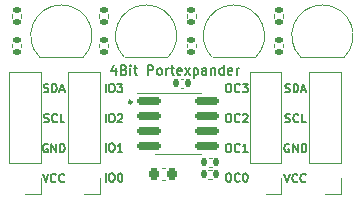
<source format=gbr>
%TF.GenerationSoftware,KiCad,Pcbnew,6.0.11-2627ca5db0~126~ubuntu22.04.1*%
%TF.CreationDate,2023-09-03T11:16:54+02:00*%
%TF.ProjectId,4Bit_I2C_Port_Expander_Module_FUEL4EP,34426974-5f49-4324-935f-506f72745f45,V1.0*%
%TF.SameCoordinates,Original*%
%TF.FileFunction,Legend,Top*%
%TF.FilePolarity,Positive*%
%FSLAX46Y46*%
G04 Gerber Fmt 4.6, Leading zero omitted, Abs format (unit mm)*
G04 Created by KiCad (PCBNEW 6.0.11-2627ca5db0~126~ubuntu22.04.1) date 2023-09-03 11:16:54*
%MOMM*%
%LPD*%
G01*
G04 APERTURE LIST*
G04 Aperture macros list*
%AMRoundRect*
0 Rectangle with rounded corners*
0 $1 Rounding radius*
0 $2 $3 $4 $5 $6 $7 $8 $9 X,Y pos of 4 corners*
0 Add a 4 corners polygon primitive as box body*
4,1,4,$2,$3,$4,$5,$6,$7,$8,$9,$2,$3,0*
0 Add four circle primitives for the rounded corners*
1,1,$1+$1,$2,$3*
1,1,$1+$1,$4,$5*
1,1,$1+$1,$6,$7*
1,1,$1+$1,$8,$9*
0 Add four rect primitives between the rounded corners*
20,1,$1+$1,$2,$3,$4,$5,0*
20,1,$1+$1,$4,$5,$6,$7,0*
20,1,$1+$1,$6,$7,$8,$9,0*
20,1,$1+$1,$8,$9,$2,$3,0*%
G04 Aperture macros list end*
%ADD10C,0.226200*%
%ADD11C,0.150000*%
%ADD12C,0.152400*%
%ADD13C,0.120000*%
%ADD14R,1.050000X1.500000*%
%ADD15O,1.050000X1.500000*%
%ADD16RoundRect,0.135000X0.185000X-0.135000X0.185000X0.135000X-0.185000X0.135000X-0.185000X-0.135000X0*%
%ADD17RoundRect,0.140000X0.140000X0.170000X-0.140000X0.170000X-0.140000X-0.170000X0.140000X-0.170000X0*%
%ADD18R,1.700000X1.700000*%
%ADD19O,1.700000X1.700000*%
%ADD20RoundRect,0.150000X-0.825000X-0.150000X0.825000X-0.150000X0.825000X0.150000X-0.825000X0.150000X0*%
%ADD21RoundRect,0.225000X0.225000X0.250000X-0.225000X0.250000X-0.225000X-0.250000X0.225000X-0.250000X0*%
%ADD22RoundRect,0.135000X-0.135000X-0.185000X0.135000X-0.185000X0.135000X0.185000X-0.135000X0.185000X0*%
%ADD23RoundRect,0.135000X0.135000X0.185000X-0.135000X0.185000X-0.135000X-0.185000X0.135000X-0.185000X0*%
G04 APERTURE END LIST*
D10*
X11543100Y8417000D02*
G75*
G03*
X11543100Y8417000I-113100J0D01*
G01*
D11*
X4119666Y6736666D02*
X4219666Y6703333D01*
X4386333Y6703333D01*
X4453000Y6736666D01*
X4486333Y6770000D01*
X4519666Y6836666D01*
X4519666Y6903333D01*
X4486333Y6970000D01*
X4453000Y7003333D01*
X4386333Y7036666D01*
X4253000Y7070000D01*
X4186333Y7103333D01*
X4153000Y7136666D01*
X4119666Y7203333D01*
X4119666Y7270000D01*
X4153000Y7336666D01*
X4186333Y7370000D01*
X4253000Y7403333D01*
X4419666Y7403333D01*
X4519666Y7370000D01*
X5219666Y6770000D02*
X5186333Y6736666D01*
X5086333Y6703333D01*
X5019666Y6703333D01*
X4919666Y6736666D01*
X4853000Y6803333D01*
X4819666Y6870000D01*
X4786333Y7003333D01*
X4786333Y7103333D01*
X4819666Y7236666D01*
X4853000Y7303333D01*
X4919666Y7370000D01*
X5019666Y7403333D01*
X5086333Y7403333D01*
X5186333Y7370000D01*
X5219666Y7336666D01*
X5853000Y6703333D02*
X5519666Y6703333D01*
X5519666Y7403333D01*
X24550000Y9276666D02*
X24650000Y9243333D01*
X24816666Y9243333D01*
X24883333Y9276666D01*
X24916666Y9310000D01*
X24950000Y9376666D01*
X24950000Y9443333D01*
X24916666Y9510000D01*
X24883333Y9543333D01*
X24816666Y9576666D01*
X24683333Y9610000D01*
X24616666Y9643333D01*
X24583333Y9676666D01*
X24550000Y9743333D01*
X24550000Y9810000D01*
X24583333Y9876666D01*
X24616666Y9910000D01*
X24683333Y9943333D01*
X24850000Y9943333D01*
X24950000Y9910000D01*
X25250000Y9243333D02*
X25250000Y9943333D01*
X25416666Y9943333D01*
X25516666Y9910000D01*
X25583333Y9843333D01*
X25616666Y9776666D01*
X25650000Y9643333D01*
X25650000Y9543333D01*
X25616666Y9410000D01*
X25583333Y9343333D01*
X25516666Y9276666D01*
X25416666Y9243333D01*
X25250000Y9243333D01*
X25916666Y9443333D02*
X26250000Y9443333D01*
X25850000Y9243333D02*
X26083333Y9943333D01*
X26316666Y9243333D01*
X9333000Y1678833D02*
X9333000Y2378833D01*
X9799666Y2378833D02*
X9933000Y2378833D01*
X9999666Y2345500D01*
X10066333Y2278833D01*
X10099666Y2145500D01*
X10099666Y1912166D01*
X10066333Y1778833D01*
X9999666Y1712166D01*
X9933000Y1678833D01*
X9799666Y1678833D01*
X9733000Y1712166D01*
X9666333Y1778833D01*
X9633000Y1912166D01*
X9633000Y2145500D01*
X9666333Y2278833D01*
X9733000Y2345500D01*
X9799666Y2378833D01*
X10533000Y2378833D02*
X10599666Y2378833D01*
X10666333Y2345500D01*
X10699666Y2312166D01*
X10733000Y2245500D01*
X10766333Y2112166D01*
X10766333Y1945500D01*
X10733000Y1812166D01*
X10699666Y1745500D01*
X10666333Y1712166D01*
X10599666Y1678833D01*
X10533000Y1678833D01*
X10466333Y1712166D01*
X10433000Y1745500D01*
X10399666Y1812166D01*
X10366333Y1945500D01*
X10366333Y2112166D01*
X10399666Y2245500D01*
X10433000Y2312166D01*
X10466333Y2345500D01*
X10533000Y2378833D01*
X9333000Y6703333D02*
X9333000Y7403333D01*
X9799666Y7403333D02*
X9933000Y7403333D01*
X9999666Y7370000D01*
X10066333Y7303333D01*
X10099666Y7170000D01*
X10099666Y6936666D01*
X10066333Y6803333D01*
X9999666Y6736666D01*
X9933000Y6703333D01*
X9799666Y6703333D01*
X9733000Y6736666D01*
X9666333Y6803333D01*
X9633000Y6936666D01*
X9633000Y7170000D01*
X9666333Y7303333D01*
X9733000Y7370000D01*
X9799666Y7403333D01*
X10366333Y7336666D02*
X10399666Y7370000D01*
X10466333Y7403333D01*
X10633000Y7403333D01*
X10699666Y7370000D01*
X10733000Y7336666D01*
X10766333Y7270000D01*
X10766333Y7203333D01*
X10733000Y7103333D01*
X10333000Y6703333D01*
X10766333Y6703333D01*
X24866666Y4830000D02*
X24800000Y4863333D01*
X24700000Y4863333D01*
X24600000Y4830000D01*
X24533333Y4763333D01*
X24500000Y4696666D01*
X24466666Y4563333D01*
X24466666Y4463333D01*
X24500000Y4330000D01*
X24533333Y4263333D01*
X24600000Y4196666D01*
X24700000Y4163333D01*
X24766666Y4163333D01*
X24866666Y4196666D01*
X24900000Y4230000D01*
X24900000Y4463333D01*
X24766666Y4463333D01*
X25200000Y4163333D02*
X25200000Y4863333D01*
X25600000Y4163333D01*
X25600000Y4863333D01*
X25933333Y4163333D02*
X25933333Y4863333D01*
X26100000Y4863333D01*
X26200000Y4830000D01*
X26266666Y4763333D01*
X26300000Y4696666D01*
X26333333Y4563333D01*
X26333333Y4463333D01*
X26300000Y4330000D01*
X26266666Y4263333D01*
X26200000Y4196666D01*
X26100000Y4163333D01*
X25933333Y4163333D01*
X4419666Y4830000D02*
X4353000Y4863333D01*
X4253000Y4863333D01*
X4153000Y4830000D01*
X4086333Y4763333D01*
X4053000Y4696666D01*
X4019666Y4563333D01*
X4019666Y4463333D01*
X4053000Y4330000D01*
X4086333Y4263333D01*
X4153000Y4196666D01*
X4253000Y4163333D01*
X4319666Y4163333D01*
X4419666Y4196666D01*
X4453000Y4230000D01*
X4453000Y4463333D01*
X4319666Y4463333D01*
X4753000Y4163333D02*
X4753000Y4863333D01*
X5153000Y4163333D01*
X5153000Y4863333D01*
X5486333Y4163333D02*
X5486333Y4863333D01*
X5653000Y4863333D01*
X5753000Y4830000D01*
X5819666Y4763333D01*
X5853000Y4696666D01*
X5886333Y4563333D01*
X5886333Y4463333D01*
X5853000Y4330000D01*
X5819666Y4263333D01*
X5753000Y4196666D01*
X5653000Y4163333D01*
X5486333Y4163333D01*
X24566666Y6736666D02*
X24666666Y6703333D01*
X24833333Y6703333D01*
X24900000Y6736666D01*
X24933333Y6770000D01*
X24966666Y6836666D01*
X24966666Y6903333D01*
X24933333Y6970000D01*
X24900000Y7003333D01*
X24833333Y7036666D01*
X24700000Y7070000D01*
X24633333Y7103333D01*
X24600000Y7136666D01*
X24566666Y7203333D01*
X24566666Y7270000D01*
X24600000Y7336666D01*
X24633333Y7370000D01*
X24700000Y7403333D01*
X24866666Y7403333D01*
X24966666Y7370000D01*
X25666666Y6770000D02*
X25633333Y6736666D01*
X25533333Y6703333D01*
X25466666Y6703333D01*
X25366666Y6736666D01*
X25300000Y6803333D01*
X25266666Y6870000D01*
X25233333Y7003333D01*
X25233333Y7103333D01*
X25266666Y7236666D01*
X25300000Y7303333D01*
X25366666Y7370000D01*
X25466666Y7403333D01*
X25533333Y7403333D01*
X25633333Y7370000D01*
X25666666Y7336666D01*
X26300000Y6703333D02*
X25966666Y6703333D01*
X25966666Y7403333D01*
D12*
X10207085Y11274171D02*
X10207085Y10732304D01*
X10013561Y11583809D02*
X9820038Y11003238D01*
X10323200Y11003238D01*
X10903771Y11158057D02*
X11019885Y11119352D01*
X11058590Y11080647D01*
X11097295Y11003238D01*
X11097295Y10887123D01*
X11058590Y10809714D01*
X11019885Y10771009D01*
X10942476Y10732304D01*
X10632838Y10732304D01*
X10632838Y11545104D01*
X10903771Y11545104D01*
X10981180Y11506400D01*
X11019885Y11467695D01*
X11058590Y11390285D01*
X11058590Y11312876D01*
X11019885Y11235466D01*
X10981180Y11196761D01*
X10903771Y11158057D01*
X10632838Y11158057D01*
X11445638Y10732304D02*
X11445638Y11274171D01*
X11445638Y11545104D02*
X11406933Y11506400D01*
X11445638Y11467695D01*
X11484342Y11506400D01*
X11445638Y11545104D01*
X11445638Y11467695D01*
X11716571Y11274171D02*
X12026209Y11274171D01*
X11832685Y11545104D02*
X11832685Y10848419D01*
X11871390Y10771009D01*
X11948800Y10732304D01*
X12026209Y10732304D01*
X12916419Y10732304D02*
X12916419Y11545104D01*
X13226057Y11545104D01*
X13303466Y11506400D01*
X13342171Y11467695D01*
X13380876Y11390285D01*
X13380876Y11274171D01*
X13342171Y11196761D01*
X13303466Y11158057D01*
X13226057Y11119352D01*
X12916419Y11119352D01*
X13845333Y10732304D02*
X13767923Y10771009D01*
X13729219Y10809714D01*
X13690514Y10887123D01*
X13690514Y11119352D01*
X13729219Y11196761D01*
X13767923Y11235466D01*
X13845333Y11274171D01*
X13961447Y11274171D01*
X14038857Y11235466D01*
X14077561Y11196761D01*
X14116266Y11119352D01*
X14116266Y10887123D01*
X14077561Y10809714D01*
X14038857Y10771009D01*
X13961447Y10732304D01*
X13845333Y10732304D01*
X14464609Y10732304D02*
X14464609Y11274171D01*
X14464609Y11119352D02*
X14503314Y11196761D01*
X14542019Y11235466D01*
X14619428Y11274171D01*
X14696838Y11274171D01*
X14851657Y11274171D02*
X15161295Y11274171D01*
X14967771Y11545104D02*
X14967771Y10848419D01*
X15006476Y10771009D01*
X15083885Y10732304D01*
X15161295Y10732304D01*
X15741866Y10771009D02*
X15664457Y10732304D01*
X15509638Y10732304D01*
X15432228Y10771009D01*
X15393523Y10848419D01*
X15393523Y11158057D01*
X15432228Y11235466D01*
X15509638Y11274171D01*
X15664457Y11274171D01*
X15741866Y11235466D01*
X15780571Y11158057D01*
X15780571Y11080647D01*
X15393523Y11003238D01*
X16051504Y10732304D02*
X16477257Y11274171D01*
X16051504Y11274171D02*
X16477257Y10732304D01*
X16786895Y11274171D02*
X16786895Y10461371D01*
X16786895Y11235466D02*
X16864304Y11274171D01*
X17019123Y11274171D01*
X17096533Y11235466D01*
X17135238Y11196761D01*
X17173942Y11119352D01*
X17173942Y10887123D01*
X17135238Y10809714D01*
X17096533Y10771009D01*
X17019123Y10732304D01*
X16864304Y10732304D01*
X16786895Y10771009D01*
X17870628Y10732304D02*
X17870628Y11158057D01*
X17831923Y11235466D01*
X17754514Y11274171D01*
X17599695Y11274171D01*
X17522285Y11235466D01*
X17870628Y10771009D02*
X17793219Y10732304D01*
X17599695Y10732304D01*
X17522285Y10771009D01*
X17483580Y10848419D01*
X17483580Y10925828D01*
X17522285Y11003238D01*
X17599695Y11041942D01*
X17793219Y11041942D01*
X17870628Y11080647D01*
X18257676Y11274171D02*
X18257676Y10732304D01*
X18257676Y11196761D02*
X18296380Y11235466D01*
X18373790Y11274171D01*
X18489904Y11274171D01*
X18567314Y11235466D01*
X18606019Y11158057D01*
X18606019Y10732304D01*
X19341409Y10732304D02*
X19341409Y11545104D01*
X19341409Y10771009D02*
X19264000Y10732304D01*
X19109180Y10732304D01*
X19031771Y10771009D01*
X18993066Y10809714D01*
X18954361Y10887123D01*
X18954361Y11119352D01*
X18993066Y11196761D01*
X19031771Y11235466D01*
X19109180Y11274171D01*
X19264000Y11274171D01*
X19341409Y11235466D01*
X20038095Y10771009D02*
X19960685Y10732304D01*
X19805866Y10732304D01*
X19728457Y10771009D01*
X19689752Y10848419D01*
X19689752Y11158057D01*
X19728457Y11235466D01*
X19805866Y11274171D01*
X19960685Y11274171D01*
X20038095Y11235466D01*
X20076800Y11158057D01*
X20076800Y11080647D01*
X19689752Y11003238D01*
X20425142Y10732304D02*
X20425142Y11274171D01*
X20425142Y11119352D02*
X20463847Y11196761D01*
X20502552Y11235466D01*
X20579961Y11274171D01*
X20657371Y11274171D01*
D11*
X4019666Y2323333D02*
X4253000Y1623333D01*
X4486333Y2323333D01*
X5119666Y1690000D02*
X5086333Y1656666D01*
X4986333Y1623333D01*
X4919666Y1623333D01*
X4819666Y1656666D01*
X4753000Y1723333D01*
X4719666Y1790000D01*
X4686333Y1923333D01*
X4686333Y2023333D01*
X4719666Y2156666D01*
X4753000Y2223333D01*
X4819666Y2290000D01*
X4919666Y2323333D01*
X4986333Y2323333D01*
X5086333Y2290000D01*
X5119666Y2256666D01*
X5819666Y1690000D02*
X5786333Y1656666D01*
X5686333Y1623333D01*
X5619666Y1623333D01*
X5519666Y1656666D01*
X5453000Y1723333D01*
X5419666Y1790000D01*
X5386333Y1923333D01*
X5386333Y2023333D01*
X5419666Y2156666D01*
X5453000Y2223333D01*
X5519666Y2290000D01*
X5619666Y2323333D01*
X5686333Y2323333D01*
X5786333Y2290000D01*
X5819666Y2256666D01*
X19697000Y9943333D02*
X19830333Y9943333D01*
X19897000Y9910000D01*
X19963666Y9843333D01*
X19997000Y9710000D01*
X19997000Y9476666D01*
X19963666Y9343333D01*
X19897000Y9276666D01*
X19830333Y9243333D01*
X19697000Y9243333D01*
X19630333Y9276666D01*
X19563666Y9343333D01*
X19530333Y9476666D01*
X19530333Y9710000D01*
X19563666Y9843333D01*
X19630333Y9910000D01*
X19697000Y9943333D01*
X20697000Y9310000D02*
X20663666Y9276666D01*
X20563666Y9243333D01*
X20497000Y9243333D01*
X20397000Y9276666D01*
X20330333Y9343333D01*
X20297000Y9410000D01*
X20263666Y9543333D01*
X20263666Y9643333D01*
X20297000Y9776666D01*
X20330333Y9843333D01*
X20397000Y9910000D01*
X20497000Y9943333D01*
X20563666Y9943333D01*
X20663666Y9910000D01*
X20697000Y9876666D01*
X20930333Y9943333D02*
X21363666Y9943333D01*
X21130333Y9676666D01*
X21230333Y9676666D01*
X21297000Y9643333D01*
X21330333Y9610000D01*
X21363666Y9543333D01*
X21363666Y9376666D01*
X21330333Y9310000D01*
X21297000Y9276666D01*
X21230333Y9243333D01*
X21030333Y9243333D01*
X20963666Y9276666D01*
X20930333Y9310000D01*
X9333000Y9243333D02*
X9333000Y9943333D01*
X9799666Y9943333D02*
X9933000Y9943333D01*
X9999666Y9910000D01*
X10066333Y9843333D01*
X10099666Y9710000D01*
X10099666Y9476666D01*
X10066333Y9343333D01*
X9999666Y9276666D01*
X9933000Y9243333D01*
X9799666Y9243333D01*
X9733000Y9276666D01*
X9666333Y9343333D01*
X9633000Y9476666D01*
X9633000Y9710000D01*
X9666333Y9843333D01*
X9733000Y9910000D01*
X9799666Y9943333D01*
X10333000Y9943333D02*
X10766333Y9943333D01*
X10533000Y9676666D01*
X10633000Y9676666D01*
X10699666Y9643333D01*
X10733000Y9610000D01*
X10766333Y9543333D01*
X10766333Y9376666D01*
X10733000Y9310000D01*
X10699666Y9276666D01*
X10633000Y9243333D01*
X10433000Y9243333D01*
X10366333Y9276666D01*
X10333000Y9310000D01*
X19697000Y7403333D02*
X19830333Y7403333D01*
X19897000Y7370000D01*
X19963666Y7303333D01*
X19997000Y7170000D01*
X19997000Y6936666D01*
X19963666Y6803333D01*
X19897000Y6736666D01*
X19830333Y6703333D01*
X19697000Y6703333D01*
X19630333Y6736666D01*
X19563666Y6803333D01*
X19530333Y6936666D01*
X19530333Y7170000D01*
X19563666Y7303333D01*
X19630333Y7370000D01*
X19697000Y7403333D01*
X20697000Y6770000D02*
X20663666Y6736666D01*
X20563666Y6703333D01*
X20497000Y6703333D01*
X20397000Y6736666D01*
X20330333Y6803333D01*
X20297000Y6870000D01*
X20263666Y7003333D01*
X20263666Y7103333D01*
X20297000Y7236666D01*
X20330333Y7303333D01*
X20397000Y7370000D01*
X20497000Y7403333D01*
X20563666Y7403333D01*
X20663666Y7370000D01*
X20697000Y7336666D01*
X20963666Y7336666D02*
X20997000Y7370000D01*
X21063666Y7403333D01*
X21230333Y7403333D01*
X21297000Y7370000D01*
X21330333Y7336666D01*
X21363666Y7270000D01*
X21363666Y7203333D01*
X21330333Y7103333D01*
X20930333Y6703333D01*
X21363666Y6703333D01*
X4103000Y9276666D02*
X4203000Y9243333D01*
X4369666Y9243333D01*
X4436333Y9276666D01*
X4469666Y9310000D01*
X4503000Y9376666D01*
X4503000Y9443333D01*
X4469666Y9510000D01*
X4436333Y9543333D01*
X4369666Y9576666D01*
X4236333Y9610000D01*
X4169666Y9643333D01*
X4136333Y9676666D01*
X4103000Y9743333D01*
X4103000Y9810000D01*
X4136333Y9876666D01*
X4169666Y9910000D01*
X4236333Y9943333D01*
X4403000Y9943333D01*
X4503000Y9910000D01*
X4803000Y9243333D02*
X4803000Y9943333D01*
X4969666Y9943333D01*
X5069666Y9910000D01*
X5136333Y9843333D01*
X5169666Y9776666D01*
X5203000Y9643333D01*
X5203000Y9543333D01*
X5169666Y9410000D01*
X5136333Y9343333D01*
X5069666Y9276666D01*
X4969666Y9243333D01*
X4803000Y9243333D01*
X5469666Y9443333D02*
X5803000Y9443333D01*
X5403000Y9243333D02*
X5636333Y9943333D01*
X5869666Y9243333D01*
X19697000Y2378833D02*
X19830333Y2378833D01*
X19897000Y2345500D01*
X19963666Y2278833D01*
X19997000Y2145500D01*
X19997000Y1912166D01*
X19963666Y1778833D01*
X19897000Y1712166D01*
X19830333Y1678833D01*
X19697000Y1678833D01*
X19630333Y1712166D01*
X19563666Y1778833D01*
X19530333Y1912166D01*
X19530333Y2145500D01*
X19563666Y2278833D01*
X19630333Y2345500D01*
X19697000Y2378833D01*
X20697000Y1745500D02*
X20663666Y1712166D01*
X20563666Y1678833D01*
X20497000Y1678833D01*
X20397000Y1712166D01*
X20330333Y1778833D01*
X20297000Y1845500D01*
X20263666Y1978833D01*
X20263666Y2078833D01*
X20297000Y2212166D01*
X20330333Y2278833D01*
X20397000Y2345500D01*
X20497000Y2378833D01*
X20563666Y2378833D01*
X20663666Y2345500D01*
X20697000Y2312166D01*
X21130333Y2378833D02*
X21197000Y2378833D01*
X21263666Y2345500D01*
X21297000Y2312166D01*
X21330333Y2245500D01*
X21363666Y2112166D01*
X21363666Y1945500D01*
X21330333Y1812166D01*
X21297000Y1745500D01*
X21263666Y1712166D01*
X21197000Y1678833D01*
X21130333Y1678833D01*
X21063666Y1712166D01*
X21030333Y1745500D01*
X20997000Y1812166D01*
X20963666Y1945500D01*
X20963666Y2112166D01*
X20997000Y2245500D01*
X21030333Y2312166D01*
X21063666Y2345500D01*
X21130333Y2378833D01*
X24466666Y2323333D02*
X24700000Y1623333D01*
X24933333Y2323333D01*
X25566666Y1690000D02*
X25533333Y1656666D01*
X25433333Y1623333D01*
X25366666Y1623333D01*
X25266666Y1656666D01*
X25200000Y1723333D01*
X25166666Y1790000D01*
X25133333Y1923333D01*
X25133333Y2023333D01*
X25166666Y2156666D01*
X25200000Y2223333D01*
X25266666Y2290000D01*
X25366666Y2323333D01*
X25433333Y2323333D01*
X25533333Y2290000D01*
X25566666Y2256666D01*
X26266666Y1690000D02*
X26233333Y1656666D01*
X26133333Y1623333D01*
X26066666Y1623333D01*
X25966666Y1656666D01*
X25900000Y1723333D01*
X25866666Y1790000D01*
X25833333Y1923333D01*
X25833333Y2023333D01*
X25866666Y2156666D01*
X25900000Y2223333D01*
X25966666Y2290000D01*
X26066666Y2323333D01*
X26133333Y2323333D01*
X26233333Y2290000D01*
X26266666Y2256666D01*
X9333000Y4218833D02*
X9333000Y4918833D01*
X9799666Y4918833D02*
X9933000Y4918833D01*
X9999666Y4885500D01*
X10066333Y4818833D01*
X10099666Y4685500D01*
X10099666Y4452166D01*
X10066333Y4318833D01*
X9999666Y4252166D01*
X9933000Y4218833D01*
X9799666Y4218833D01*
X9733000Y4252166D01*
X9666333Y4318833D01*
X9633000Y4452166D01*
X9633000Y4685500D01*
X9666333Y4818833D01*
X9733000Y4885500D01*
X9799666Y4918833D01*
X10766333Y4218833D02*
X10366333Y4218833D01*
X10566333Y4218833D02*
X10566333Y4918833D01*
X10499666Y4818833D01*
X10433000Y4752166D01*
X10366333Y4718833D01*
X19697000Y4863333D02*
X19830333Y4863333D01*
X19897000Y4830000D01*
X19963666Y4763333D01*
X19997000Y4630000D01*
X19997000Y4396666D01*
X19963666Y4263333D01*
X19897000Y4196666D01*
X19830333Y4163333D01*
X19697000Y4163333D01*
X19630333Y4196666D01*
X19563666Y4263333D01*
X19530333Y4396666D01*
X19530333Y4630000D01*
X19563666Y4763333D01*
X19630333Y4830000D01*
X19697000Y4863333D01*
X20697000Y4230000D02*
X20663666Y4196666D01*
X20563666Y4163333D01*
X20497000Y4163333D01*
X20397000Y4196666D01*
X20330333Y4263333D01*
X20297000Y4330000D01*
X20263666Y4463333D01*
X20263666Y4563333D01*
X20297000Y4696666D01*
X20330333Y4763333D01*
X20397000Y4830000D01*
X20497000Y4863333D01*
X20563666Y4863333D01*
X20663666Y4830000D01*
X20697000Y4796666D01*
X21363666Y4163333D02*
X20963666Y4163333D01*
X21163666Y4163333D02*
X21163666Y4863333D01*
X21097000Y4763333D01*
X21030333Y4696666D01*
X20963666Y4663333D01*
D13*
%TO.C,Q1*%
X3800000Y12190000D02*
X7400000Y12190000D01*
X7438478Y12201522D02*
G75*
G03*
X5600000Y16640000I-1838478J1838478D01*
G01*
X5600000Y16640001D02*
G75*
G03*
X3761522Y12201522I0J-2600001D01*
G01*
%TO.C,Q3*%
X18400000Y12190000D02*
X22000000Y12190000D01*
X22038478Y12201522D02*
G75*
G03*
X20200000Y16640000I-1838478J1838478D01*
G01*
X20200000Y16640001D02*
G75*
G03*
X18361522Y12201522I0J-2600001D01*
G01*
%TO.C,R10*%
X24380000Y15546359D02*
X24380000Y15853641D01*
X23620000Y15546359D02*
X23620000Y15853641D01*
%TO.C,C2*%
X15907836Y9640000D02*
X15692164Y9640000D01*
X15907836Y10360000D02*
X15692164Y10360000D01*
%TO.C,J1*%
X3830000Y3270000D02*
X1170000Y3270000D01*
X3830000Y10950000D02*
X1170000Y10950000D01*
X1170000Y3270000D02*
X1170000Y10950000D01*
X3830000Y2000000D02*
X3830000Y670000D01*
X3830000Y3270000D02*
X3830000Y10950000D01*
X3830000Y670000D02*
X2500000Y670000D01*
%TO.C,U1*%
X15470000Y4040000D02*
X17420000Y4040000D01*
X15470000Y9160000D02*
X17420000Y9160000D01*
X15470000Y4040000D02*
X13520000Y4040000D01*
X15470000Y9160000D02*
X12020000Y9160000D01*
%TO.C,C1*%
X14364580Y1790000D02*
X14083420Y1790000D01*
X14364580Y2810000D02*
X14083420Y2810000D01*
%TO.C,J2*%
X26570000Y3270000D02*
X26570000Y10950000D01*
X29230000Y670000D02*
X27900000Y670000D01*
X29230000Y10950000D02*
X26570000Y10950000D01*
X29230000Y3270000D02*
X29230000Y10950000D01*
X29230000Y2000000D02*
X29230000Y670000D01*
X29230000Y3270000D02*
X26570000Y3270000D01*
%TO.C,R1*%
X18053628Y3717000D02*
X18360910Y3717000D01*
X18053628Y2957000D02*
X18360910Y2957000D01*
%TO.C,R2*%
X18353641Y2701000D02*
X18046359Y2701000D01*
X18353641Y1941000D02*
X18046359Y1941000D01*
%TO.C,R8*%
X16980000Y15546359D02*
X16980000Y15853641D01*
X16220000Y15546359D02*
X16220000Y15853641D01*
%TO.C,R6*%
X8820000Y15546359D02*
X8820000Y15853641D01*
X9580000Y15546359D02*
X9580000Y15853641D01*
%TO.C,R3*%
X2180000Y13046359D02*
X2180000Y13353641D01*
X1420000Y13046359D02*
X1420000Y13353641D01*
%TO.C,Q2*%
X10970000Y12190000D02*
X14570000Y12190000D01*
X12770000Y16640001D02*
G75*
G03*
X10931522Y12201522I0J-2600001D01*
G01*
X14608478Y12201522D02*
G75*
G03*
X12770000Y16640000I-1838478J1838478D01*
G01*
%TO.C,R5*%
X9580000Y13046359D02*
X9580000Y13353641D01*
X8820000Y13046359D02*
X8820000Y13353641D01*
%TO.C,J3*%
X8830000Y10950000D02*
X6170000Y10950000D01*
X8830000Y670000D02*
X7500000Y670000D01*
X8830000Y3270000D02*
X6170000Y3270000D01*
X8830000Y3270000D02*
X8830000Y10950000D01*
X8830000Y2000000D02*
X8830000Y670000D01*
X6170000Y3270000D02*
X6170000Y10950000D01*
%TO.C,J4*%
X24230000Y3270000D02*
X21570000Y3270000D01*
X24230000Y2000000D02*
X24230000Y670000D01*
X24230000Y3270000D02*
X24230000Y10950000D01*
X24230000Y670000D02*
X22900000Y670000D01*
X24230000Y10950000D02*
X21570000Y10950000D01*
X21570000Y3270000D02*
X21570000Y10950000D01*
%TO.C,R9*%
X24380000Y13046359D02*
X24380000Y13353641D01*
X23620000Y13046359D02*
X23620000Y13353641D01*
%TO.C,R4*%
X2180000Y15546359D02*
X2180000Y15853641D01*
X1420000Y15546359D02*
X1420000Y15853641D01*
%TO.C,Q4*%
X25900000Y12190000D02*
X29500000Y12190000D01*
X27700000Y16640001D02*
G75*
G03*
X25861522Y12201522I0J-2600001D01*
G01*
X29538478Y12201522D02*
G75*
G03*
X27700000Y16640000I-1838478J1838478D01*
G01*
%TO.C,R7*%
X16220000Y13046359D02*
X16220000Y13353641D01*
X16980000Y13046359D02*
X16980000Y13353641D01*
%TD*%
%LPC*%
D14*
%TO.C,Q1*%
X4330000Y14040000D03*
D15*
X5600000Y14040000D03*
X6870000Y14040000D03*
%TD*%
D14*
%TO.C,Q3*%
X18930000Y14040000D03*
D15*
X20200000Y14040000D03*
X21470000Y14040000D03*
%TD*%
D16*
%TO.C,R10*%
X24000000Y15190000D03*
X24000000Y16210000D03*
%TD*%
D17*
%TO.C,C2*%
X16280000Y10000000D03*
X15320000Y10000000D03*
%TD*%
D18*
%TO.C,J1*%
X2500000Y2000000D03*
D19*
X2500000Y4540000D03*
X2500000Y7080000D03*
X2500000Y9620000D03*
%TD*%
D20*
%TO.C,U1*%
X12995000Y8505000D03*
X12995000Y7235000D03*
X12995000Y5965000D03*
X12995000Y4695000D03*
X17945000Y4695000D03*
X17945000Y5965000D03*
X17945000Y7235000D03*
X17945000Y8505000D03*
%TD*%
D21*
%TO.C,C1*%
X14999000Y2300000D03*
X13449000Y2300000D03*
%TD*%
D18*
%TO.C,J2*%
X27900000Y2000000D03*
D19*
X27900000Y4540000D03*
X27900000Y7080000D03*
X27900000Y9620000D03*
%TD*%
D22*
%TO.C,R1*%
X17697269Y3337000D03*
X18717269Y3337000D03*
%TD*%
D23*
%TO.C,R2*%
X18710000Y2321000D03*
X17690000Y2321000D03*
%TD*%
D16*
%TO.C,R8*%
X16600000Y15190000D03*
X16600000Y16210000D03*
%TD*%
%TO.C,R6*%
X9200000Y15190000D03*
X9200000Y16210000D03*
%TD*%
%TO.C,R3*%
X1800000Y12690000D03*
X1800000Y13710000D03*
%TD*%
D14*
%TO.C,Q2*%
X11500000Y14040000D03*
D15*
X12770000Y14040000D03*
X14040000Y14040000D03*
%TD*%
D16*
%TO.C,R5*%
X9200000Y12690000D03*
X9200000Y13710000D03*
%TD*%
D18*
%TO.C,J3*%
X7500000Y2000000D03*
D19*
X7500000Y4540000D03*
X7500000Y7080000D03*
X7500000Y9620000D03*
%TD*%
D18*
%TO.C,J4*%
X22900000Y2000000D03*
D19*
X22900000Y4540000D03*
X22900000Y7080000D03*
X22900000Y9620000D03*
%TD*%
D16*
%TO.C,R9*%
X24000000Y12690000D03*
X24000000Y13710000D03*
%TD*%
%TO.C,R4*%
X1800000Y15190000D03*
X1800000Y16210000D03*
%TD*%
D14*
%TO.C,Q4*%
X26430000Y14040000D03*
D15*
X27700000Y14040000D03*
X28970000Y14040000D03*
%TD*%
D16*
%TO.C,R7*%
X16600000Y12690000D03*
X16600000Y13710000D03*
%TD*%
M02*

</source>
